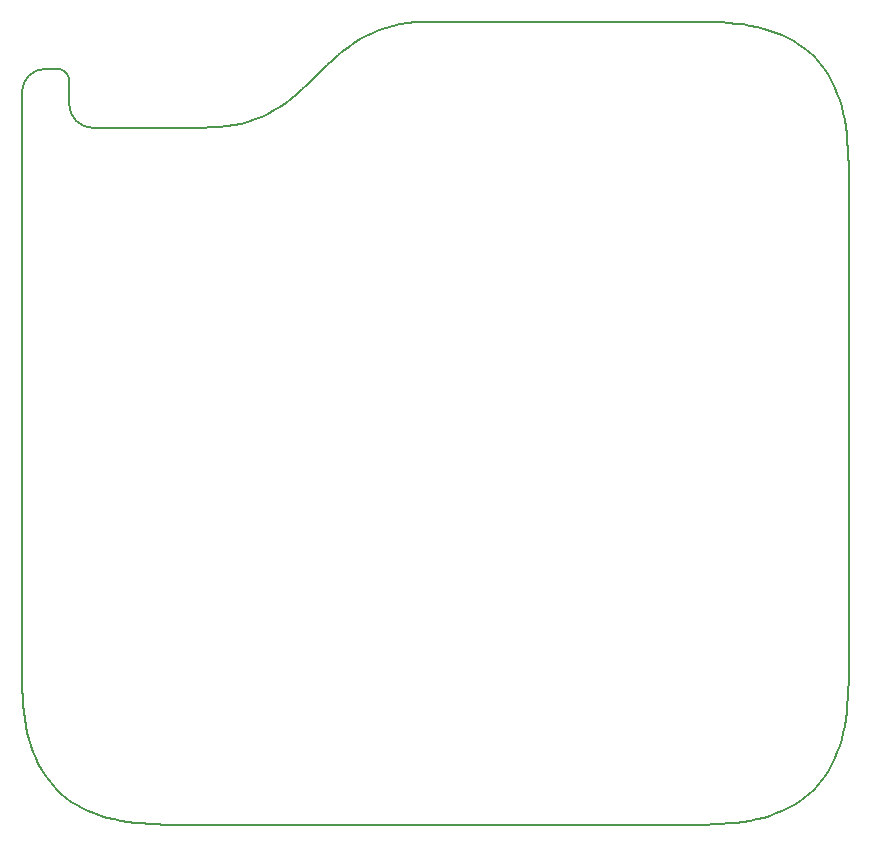
<source format=gbr>
%TF.GenerationSoftware,KiCad,Pcbnew,7.0.1*%
%TF.CreationDate,2023-09-05T02:32:19-04:00*%
%TF.ProjectId,Fluxpad,466c7578-7061-4642-9e6b-696361645f70,rev?*%
%TF.SameCoordinates,Original*%
%TF.FileFunction,Profile,NP*%
%FSLAX46Y46*%
G04 Gerber Fmt 4.6, Leading zero omitted, Abs format (unit mm)*
G04 Created by KiCad (PCBNEW 7.0.1) date 2023-09-05 02:32:19*
%MOMM*%
%LPD*%
G01*
G04 APERTURE LIST*
%TA.AperFunction,Profile*%
%ADD10C,0.200000*%
%TD*%
G04 APERTURE END LIST*
D10*
X127959709Y-143540291D02*
X128345171Y-143901521D01*
X133952568Y-146251787D02*
X134557941Y-146330155D01*
X195000000Y-92500000D02*
X194999440Y-91853791D01*
X194995608Y-133790982D02*
X194999440Y-133146209D01*
X125000000Y-84500000D02*
X125000000Y-132500000D01*
X194966267Y-135070390D02*
X194985475Y-134432866D01*
X187221813Y-146035602D02*
X187788064Y-145895208D01*
X146850221Y-85720816D02*
X146353060Y-86032280D01*
X194985475Y-134432866D02*
X194995608Y-133790982D01*
X184202079Y-78564540D02*
X183570390Y-78533733D01*
X194231892Y-85161409D02*
X194044855Y-84627866D01*
X193833477Y-140887494D02*
X194044855Y-140372134D01*
X182290982Y-78504392D02*
X181646209Y-78500560D01*
X127000000Y-82500000D02*
G75*
G03*
X125000000Y-84500000I0J-2000000D01*
G01*
X181646209Y-78500560D02*
X181000000Y-78500000D01*
X155246575Y-79210305D02*
X154694336Y-79431641D01*
X137067134Y-146485475D02*
X137709018Y-146495608D01*
X125464398Y-138721813D02*
X125604792Y-139288064D01*
X194395208Y-85711936D02*
X194231892Y-85161409D01*
X125248213Y-137547432D02*
X125345933Y-138141149D01*
X142978635Y-87260493D02*
X142349213Y-87355530D01*
X145838600Y-86315436D02*
X145305664Y-86568359D01*
X184826458Y-146390772D02*
X185442059Y-146330155D01*
X126663922Y-141859223D02*
X126950343Y-142313568D01*
X194751787Y-87452568D02*
X194654067Y-86858851D01*
X159631370Y-78510423D02*
X158958171Y-78533825D01*
X145305664Y-86568359D02*
X144753425Y-86789695D01*
X194995608Y-91209018D02*
X194985475Y-90567134D01*
X183570390Y-146466267D02*
X184202079Y-146435460D01*
X194654067Y-138141149D02*
X194751787Y-137547432D01*
X139686673Y-87498646D02*
X139000000Y-87500000D01*
X194751787Y-137547432D02*
X194830155Y-136942059D01*
X150000000Y-83000000D02*
X149569883Y-83421172D01*
X190813568Y-80450343D02*
X190359223Y-80163922D01*
X188872134Y-79455145D02*
X188338591Y-79268108D01*
X148699414Y-84246769D02*
X148254080Y-84643040D01*
X192040291Y-143540291D02*
X192401521Y-143154829D01*
X137709018Y-146495608D02*
X138353791Y-146499440D01*
X135173542Y-146390772D02*
X135797921Y-146435460D01*
X188338591Y-79268108D02*
X187788064Y-79104792D01*
X189387494Y-79666523D02*
X188872134Y-79455145D01*
X134557941Y-146330155D02*
X135173542Y-146390772D01*
X155818560Y-79021280D02*
X155246575Y-79210305D01*
X181646209Y-146499440D02*
X182290982Y-146495608D01*
X127261920Y-142745697D02*
X127598479Y-143154829D01*
X157650787Y-78644470D02*
X157021365Y-78739507D01*
X152201141Y-80976868D02*
X151745920Y-81356960D01*
X125033733Y-135070390D02*
X125064540Y-135702079D01*
X136429610Y-146466267D02*
X137067134Y-146485475D01*
X194654067Y-86858851D02*
X194535602Y-86278187D01*
X194966267Y-89929610D02*
X194935460Y-89297921D01*
X144181440Y-86978720D02*
X143589694Y-87135408D01*
X125109228Y-136326458D02*
X125169845Y-136942059D01*
X195000000Y-132500000D02*
X195000000Y-92500000D01*
X194935460Y-89297921D02*
X194890772Y-88673542D01*
X149137198Y-83838142D02*
X148699414Y-84246769D01*
X190813568Y-144549657D02*
X191245697Y-144238080D01*
X184202079Y-146435460D02*
X184826458Y-146390772D01*
X149569883Y-83421172D02*
X149137198Y-83838142D01*
X194044855Y-84627866D02*
X193833477Y-84112506D01*
X126166523Y-140887494D02*
X126402690Y-141383541D01*
X127598479Y-143154829D02*
X127959709Y-143540291D01*
X186641149Y-78845933D02*
X186047432Y-78748213D01*
X125768108Y-139838591D02*
X125955145Y-140372134D01*
X192738080Y-142745697D02*
X193049657Y-142313568D01*
X151745920Y-81356960D02*
X151300586Y-81753231D01*
X158297080Y-78577040D02*
X157650787Y-78644470D01*
X125604792Y-139288064D02*
X125768108Y-139838591D01*
X151300586Y-81753231D02*
X150862802Y-82161858D01*
X194890772Y-88673542D02*
X194830155Y-88057941D01*
X154694336Y-79431641D02*
X154161400Y-79684564D01*
X129186432Y-144549657D02*
X129640777Y-144836078D01*
X150430117Y-82578828D02*
X150000000Y-83000000D01*
X130612506Y-145333477D02*
X131127866Y-145544855D01*
X158958171Y-78533825D02*
X158297080Y-78577040D01*
X191245697Y-80761920D02*
X190813568Y-80450343D01*
X125000000Y-132500000D02*
X125000560Y-133146209D01*
X129000000Y-85500000D02*
X129000000Y-83500000D01*
X192401521Y-143154829D02*
X192738080Y-142745697D01*
X132211936Y-145895208D02*
X132778187Y-146035602D01*
X131661409Y-145731892D02*
X132211936Y-145895208D01*
X125064540Y-135702079D02*
X125109228Y-136326458D01*
X181000000Y-146500000D02*
X181646209Y-146499440D01*
X157021365Y-78739507D02*
X156410306Y-78864592D01*
X141041829Y-87466175D02*
X140368630Y-87489577D01*
X126402690Y-141383541D02*
X126663922Y-141859223D01*
X135797921Y-146435460D02*
X136429610Y-146466267D01*
X194830155Y-88057941D02*
X194751787Y-87452568D01*
X191654829Y-81098479D02*
X191245697Y-80761920D01*
X160313327Y-78501354D02*
X159631370Y-78510423D01*
X125004392Y-133790982D02*
X125014525Y-134432866D01*
X194395208Y-139288064D02*
X194535602Y-138721813D01*
X190359223Y-144836078D02*
X190813568Y-144549657D01*
X194231892Y-139838591D02*
X194395208Y-139288064D01*
X129640777Y-144836078D02*
X130116459Y-145097310D01*
X138353791Y-146499440D02*
X139000000Y-146500000D01*
X193597310Y-141383541D02*
X193833477Y-140887494D01*
X186641149Y-146154067D02*
X187221813Y-146035602D01*
X183570390Y-78533733D02*
X182932866Y-78514525D01*
X147798859Y-85023132D02*
X147331568Y-85383476D01*
X131127866Y-145544855D02*
X131661409Y-145731892D01*
X154161400Y-79684564D02*
X153646940Y-79967720D01*
X189883541Y-145097310D02*
X190359223Y-144836078D01*
X152668432Y-80616524D02*
X152201141Y-80976868D01*
X184826458Y-78609228D02*
X184202079Y-78564540D01*
X181000000Y-78500000D02*
X161000000Y-78500000D01*
X185442059Y-78669845D02*
X184826458Y-78609228D01*
X161000000Y-78500000D02*
X160313327Y-78501354D01*
X194999440Y-91853791D02*
X194995608Y-91209018D01*
X187788064Y-145895208D02*
X188338591Y-145731892D01*
X186047432Y-78748213D02*
X185442059Y-78669845D01*
X194890772Y-136326458D02*
X194935460Y-135702079D01*
X194830155Y-136942059D02*
X194890772Y-136326458D01*
X192738080Y-82254303D02*
X192401521Y-81845171D01*
X125000560Y-133146209D02*
X125004392Y-133790982D01*
X188338591Y-145731892D02*
X188872134Y-145544855D01*
X191654829Y-143901521D02*
X192040291Y-143540291D01*
X125345933Y-138141149D02*
X125464398Y-138721813D01*
X194535602Y-138721813D02*
X194654067Y-138141149D01*
X128345171Y-143901521D02*
X128754303Y-144238080D01*
X128754303Y-144238080D02*
X129186432Y-144549657D01*
X191245697Y-144238080D02*
X191654829Y-143901521D01*
X153646940Y-79967720D02*
X153149779Y-80279184D01*
X189883541Y-79902690D02*
X189387494Y-79666523D01*
X129000000Y-85500000D02*
G75*
G03*
X131000000Y-87500000I2000000J0D01*
G01*
X193336078Y-141859223D02*
X193597310Y-141383541D01*
X182932866Y-78514525D02*
X182290982Y-78504392D01*
X194999440Y-133146209D02*
X195000000Y-132500000D01*
X193597310Y-83616459D02*
X193336078Y-83140777D01*
X140368630Y-87489577D02*
X139686673Y-87498646D01*
X125014525Y-134432866D02*
X125033733Y-135070390D01*
X129000000Y-83500000D02*
G75*
G03*
X128000000Y-82500000I-1000000J0D01*
G01*
X193049657Y-142313568D02*
X193336078Y-141859223D01*
X194985475Y-90567134D02*
X194966267Y-89929610D01*
X192401521Y-81845171D02*
X192040291Y-81459709D01*
X182932866Y-146485475D02*
X183570390Y-146466267D01*
X139000000Y-146500000D02*
X181000000Y-146500000D01*
X192040291Y-81459709D02*
X191654829Y-81098479D01*
X146353060Y-86032280D02*
X145838600Y-86315436D01*
X130116459Y-145097310D02*
X130612506Y-145333477D01*
X182290982Y-146495608D02*
X182932866Y-146485475D01*
X150862802Y-82161858D02*
X150430117Y-82578828D01*
X153149779Y-80279184D02*
X152668432Y-80616524D01*
X186047432Y-146251787D02*
X186641149Y-146154067D01*
X128000000Y-82500000D02*
X127000000Y-82500000D01*
X193049657Y-82686432D02*
X192738080Y-82254303D01*
X156410306Y-78864592D02*
X155818560Y-79021280D01*
X194044855Y-140372134D02*
X194231892Y-139838591D01*
X190359223Y-80163922D02*
X189883541Y-79902690D01*
X187788064Y-79104792D02*
X187221813Y-78964398D01*
X194535602Y-86278187D02*
X194395208Y-85711936D01*
X185442059Y-146330155D02*
X186047432Y-146251787D01*
X187221813Y-78964398D02*
X186641149Y-78845933D01*
X133358851Y-146154067D02*
X133952568Y-146251787D01*
X139000000Y-87500000D02*
X131000000Y-87500000D01*
X142349213Y-87355530D02*
X141702920Y-87422960D01*
X141702920Y-87422960D02*
X141041829Y-87466175D01*
X188872134Y-145544855D02*
X189387494Y-145333477D01*
X148254080Y-84643040D02*
X147798859Y-85023132D01*
X189387494Y-145333477D02*
X189883541Y-145097310D01*
X147331568Y-85383476D02*
X146850221Y-85720816D01*
X125169845Y-136942059D02*
X125248213Y-137547432D01*
X194935460Y-135702079D02*
X194966267Y-135070390D01*
X126950343Y-142313568D02*
X127261920Y-142745697D01*
X125955145Y-140372134D02*
X126166523Y-140887494D01*
X143589694Y-87135408D02*
X142978635Y-87260493D01*
X132778187Y-146035602D02*
X133358851Y-146154067D01*
X144753425Y-86789695D02*
X144181440Y-86978720D01*
X193336078Y-83140777D02*
X193049657Y-82686432D01*
X193833477Y-84112506D02*
X193597310Y-83616459D01*
M02*

</source>
